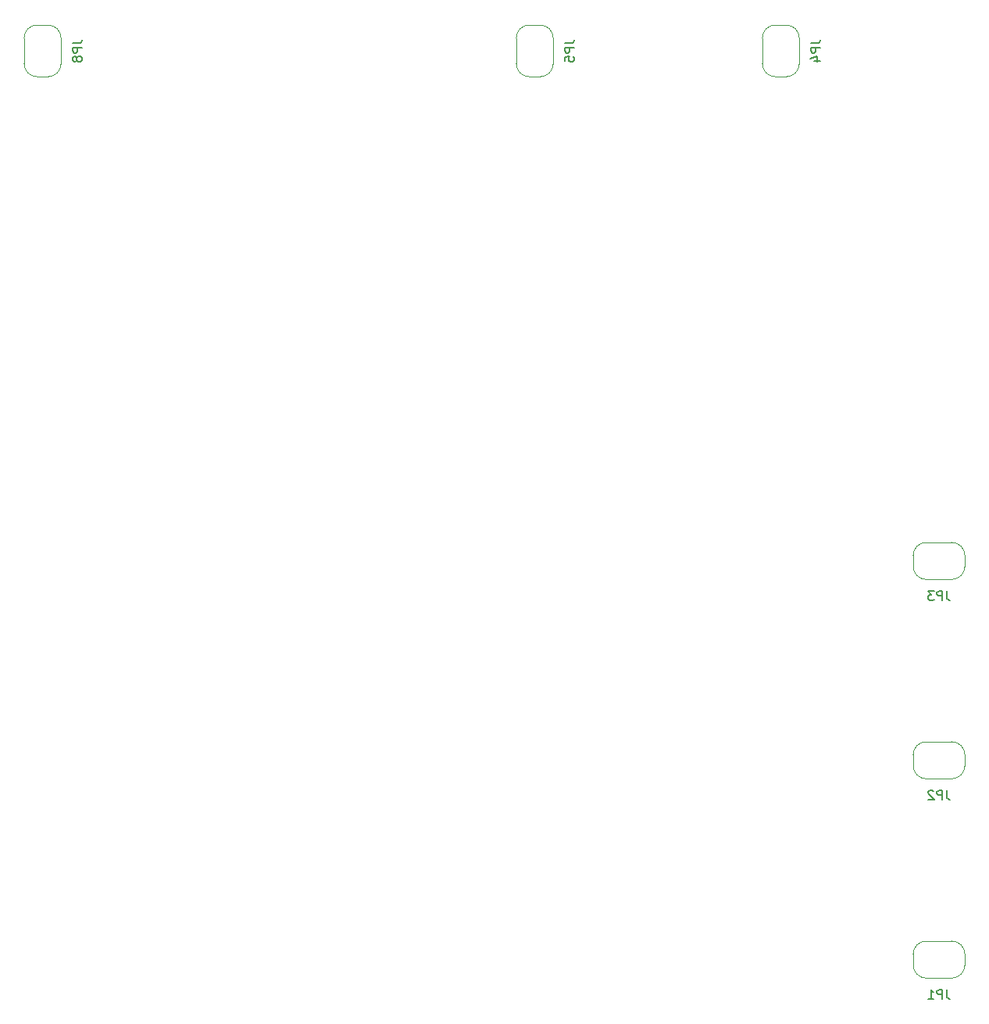
<source format=gbr>
%TF.GenerationSoftware,KiCad,Pcbnew,5.1.9-73d0e3b20d~88~ubuntu20.04.1*%
%TF.CreationDate,2021-02-20T21:13:30+01:00*%
%TF.ProjectId,NodeStandard,4e6f6465-5374-4616-9e64-6172642e6b69,V0.9*%
%TF.SameCoordinates,Original*%
%TF.FileFunction,Legend,Bot*%
%TF.FilePolarity,Positive*%
%FSLAX46Y46*%
G04 Gerber Fmt 4.6, Leading zero omitted, Abs format (unit mm)*
G04 Created by KiCad (PCBNEW 5.1.9-73d0e3b20d~88~ubuntu20.04.1) date 2021-02-20 21:13:30*
%MOMM*%
%LPD*%
G01*
G04 APERTURE LIST*
%ADD10C,0.120000*%
%ADD11C,0.150000*%
G04 APERTURE END LIST*
D10*
%TO.C,JP8*%
X52740000Y-28835000D02*
X53940000Y-28835000D01*
X51340000Y-24635000D02*
X51340000Y-27435000D01*
X53940000Y-23235000D02*
X52740000Y-23235000D01*
X55340000Y-27435000D02*
X55340000Y-24635000D01*
X55340000Y-24635000D02*
G75*
G03*
X53940000Y-23235000I-1400000J0D01*
G01*
X52740000Y-23235000D02*
G75*
G03*
X51340000Y-24635000I0J-1400000D01*
G01*
X51340000Y-27435000D02*
G75*
G03*
X52740000Y-28835000I1400000J0D01*
G01*
X53940000Y-28835000D02*
G75*
G03*
X55340000Y-27435000I0J1400000D01*
G01*
%TO.C,JP5*%
X106080000Y-28835000D02*
X107280000Y-28835000D01*
X104680000Y-24635000D02*
X104680000Y-27435000D01*
X107280000Y-23235000D02*
X106080000Y-23235000D01*
X108680000Y-27435000D02*
X108680000Y-24635000D01*
X108680000Y-24635000D02*
G75*
G03*
X107280000Y-23235000I-1400000J0D01*
G01*
X106080000Y-23235000D02*
G75*
G03*
X104680000Y-24635000I0J-1400000D01*
G01*
X104680000Y-27435000D02*
G75*
G03*
X106080000Y-28835000I1400000J0D01*
G01*
X107280000Y-28835000D02*
G75*
G03*
X108680000Y-27435000I0J1400000D01*
G01*
%TO.C,JP4*%
X132750000Y-28835000D02*
X133950000Y-28835000D01*
X131350000Y-24635000D02*
X131350000Y-27435000D01*
X133950000Y-23235000D02*
X132750000Y-23235000D01*
X135350000Y-27435000D02*
X135350000Y-24635000D01*
X135350000Y-24635000D02*
G75*
G03*
X133950000Y-23235000I-1400000J0D01*
G01*
X132750000Y-23235000D02*
G75*
G03*
X131350000Y-24635000I0J-1400000D01*
G01*
X131350000Y-27435000D02*
G75*
G03*
X132750000Y-28835000I1400000J0D01*
G01*
X133950000Y-28835000D02*
G75*
G03*
X135350000Y-27435000I0J1400000D01*
G01*
%TO.C,JP3*%
X147695000Y-80680000D02*
X147695000Y-81880000D01*
X151895000Y-79280000D02*
X149095000Y-79280000D01*
X153295000Y-81880000D02*
X153295000Y-80680000D01*
X149095000Y-83280000D02*
X151895000Y-83280000D01*
X151895000Y-83280000D02*
G75*
G03*
X153295000Y-81880000I0J1400000D01*
G01*
X153295000Y-80680000D02*
G75*
G03*
X151895000Y-79280000I-1400000J0D01*
G01*
X149095000Y-79280000D02*
G75*
G03*
X147695000Y-80680000I0J-1400000D01*
G01*
X147695000Y-81880000D02*
G75*
G03*
X149095000Y-83280000I1400000J0D01*
G01*
%TO.C,JP2*%
X147695000Y-102270000D02*
X147695000Y-103470000D01*
X151895000Y-100870000D02*
X149095000Y-100870000D01*
X153295000Y-103470000D02*
X153295000Y-102270000D01*
X149095000Y-104870000D02*
X151895000Y-104870000D01*
X151895000Y-104870000D02*
G75*
G03*
X153295000Y-103470000I0J1400000D01*
G01*
X153295000Y-102270000D02*
G75*
G03*
X151895000Y-100870000I-1400000J0D01*
G01*
X149095000Y-100870000D02*
G75*
G03*
X147695000Y-102270000I0J-1400000D01*
G01*
X147695000Y-103470000D02*
G75*
G03*
X149095000Y-104870000I1400000J0D01*
G01*
%TO.C,JP1*%
X149095000Y-126460000D02*
X151895000Y-126460000D01*
X153295000Y-125060000D02*
X153295000Y-123860000D01*
X151895000Y-122460000D02*
X149095000Y-122460000D01*
X147695000Y-123860000D02*
X147695000Y-125060000D01*
X151895000Y-126460000D02*
G75*
G03*
X153295000Y-125060000I0J1400000D01*
G01*
X153295000Y-123860000D02*
G75*
G03*
X151895000Y-122460000I-1400000J0D01*
G01*
X149095000Y-122460000D02*
G75*
G03*
X147695000Y-123860000I0J-1400000D01*
G01*
X147695000Y-125060000D02*
G75*
G03*
X149095000Y-126460000I1400000J0D01*
G01*
%TO.C,JP8*%
D11*
X56602380Y-25201666D02*
X57316666Y-25201666D01*
X57459523Y-25154047D01*
X57554761Y-25058809D01*
X57602380Y-24915952D01*
X57602380Y-24820714D01*
X57602380Y-25677857D02*
X56602380Y-25677857D01*
X56602380Y-26058809D01*
X56650000Y-26154047D01*
X56697619Y-26201666D01*
X56792857Y-26249285D01*
X56935714Y-26249285D01*
X57030952Y-26201666D01*
X57078571Y-26154047D01*
X57126190Y-26058809D01*
X57126190Y-25677857D01*
X57030952Y-26820714D02*
X56983333Y-26725476D01*
X56935714Y-26677857D01*
X56840476Y-26630238D01*
X56792857Y-26630238D01*
X56697619Y-26677857D01*
X56650000Y-26725476D01*
X56602380Y-26820714D01*
X56602380Y-27011190D01*
X56650000Y-27106428D01*
X56697619Y-27154047D01*
X56792857Y-27201666D01*
X56840476Y-27201666D01*
X56935714Y-27154047D01*
X56983333Y-27106428D01*
X57030952Y-27011190D01*
X57030952Y-26820714D01*
X57078571Y-26725476D01*
X57126190Y-26677857D01*
X57221428Y-26630238D01*
X57411904Y-26630238D01*
X57507142Y-26677857D01*
X57554761Y-26725476D01*
X57602380Y-26820714D01*
X57602380Y-27011190D01*
X57554761Y-27106428D01*
X57507142Y-27154047D01*
X57411904Y-27201666D01*
X57221428Y-27201666D01*
X57126190Y-27154047D01*
X57078571Y-27106428D01*
X57030952Y-27011190D01*
%TO.C,JP5*%
X109942380Y-25201666D02*
X110656666Y-25201666D01*
X110799523Y-25154047D01*
X110894761Y-25058809D01*
X110942380Y-24915952D01*
X110942380Y-24820714D01*
X110942380Y-25677857D02*
X109942380Y-25677857D01*
X109942380Y-26058809D01*
X109990000Y-26154047D01*
X110037619Y-26201666D01*
X110132857Y-26249285D01*
X110275714Y-26249285D01*
X110370952Y-26201666D01*
X110418571Y-26154047D01*
X110466190Y-26058809D01*
X110466190Y-25677857D01*
X109942380Y-27154047D02*
X109942380Y-26677857D01*
X110418571Y-26630238D01*
X110370952Y-26677857D01*
X110323333Y-26773095D01*
X110323333Y-27011190D01*
X110370952Y-27106428D01*
X110418571Y-27154047D01*
X110513809Y-27201666D01*
X110751904Y-27201666D01*
X110847142Y-27154047D01*
X110894761Y-27106428D01*
X110942380Y-27011190D01*
X110942380Y-26773095D01*
X110894761Y-26677857D01*
X110847142Y-26630238D01*
%TO.C,JP4*%
X136612380Y-25201666D02*
X137326666Y-25201666D01*
X137469523Y-25154047D01*
X137564761Y-25058809D01*
X137612380Y-24915952D01*
X137612380Y-24820714D01*
X137612380Y-25677857D02*
X136612380Y-25677857D01*
X136612380Y-26058809D01*
X136660000Y-26154047D01*
X136707619Y-26201666D01*
X136802857Y-26249285D01*
X136945714Y-26249285D01*
X137040952Y-26201666D01*
X137088571Y-26154047D01*
X137136190Y-26058809D01*
X137136190Y-25677857D01*
X136945714Y-27106428D02*
X137612380Y-27106428D01*
X136564761Y-26868333D02*
X137279047Y-26630238D01*
X137279047Y-27249285D01*
%TO.C,JP3*%
X151328333Y-84542380D02*
X151328333Y-85256666D01*
X151375952Y-85399523D01*
X151471190Y-85494761D01*
X151614047Y-85542380D01*
X151709285Y-85542380D01*
X150852142Y-85542380D02*
X150852142Y-84542380D01*
X150471190Y-84542380D01*
X150375952Y-84590000D01*
X150328333Y-84637619D01*
X150280714Y-84732857D01*
X150280714Y-84875714D01*
X150328333Y-84970952D01*
X150375952Y-85018571D01*
X150471190Y-85066190D01*
X150852142Y-85066190D01*
X149947380Y-84542380D02*
X149328333Y-84542380D01*
X149661666Y-84923333D01*
X149518809Y-84923333D01*
X149423571Y-84970952D01*
X149375952Y-85018571D01*
X149328333Y-85113809D01*
X149328333Y-85351904D01*
X149375952Y-85447142D01*
X149423571Y-85494761D01*
X149518809Y-85542380D01*
X149804523Y-85542380D01*
X149899761Y-85494761D01*
X149947380Y-85447142D01*
%TO.C,JP2*%
X151328333Y-106132380D02*
X151328333Y-106846666D01*
X151375952Y-106989523D01*
X151471190Y-107084761D01*
X151614047Y-107132380D01*
X151709285Y-107132380D01*
X150852142Y-107132380D02*
X150852142Y-106132380D01*
X150471190Y-106132380D01*
X150375952Y-106180000D01*
X150328333Y-106227619D01*
X150280714Y-106322857D01*
X150280714Y-106465714D01*
X150328333Y-106560952D01*
X150375952Y-106608571D01*
X150471190Y-106656190D01*
X150852142Y-106656190D01*
X149899761Y-106227619D02*
X149852142Y-106180000D01*
X149756904Y-106132380D01*
X149518809Y-106132380D01*
X149423571Y-106180000D01*
X149375952Y-106227619D01*
X149328333Y-106322857D01*
X149328333Y-106418095D01*
X149375952Y-106560952D01*
X149947380Y-107132380D01*
X149328333Y-107132380D01*
%TO.C,JP1*%
X151328333Y-127722380D02*
X151328333Y-128436666D01*
X151375952Y-128579523D01*
X151471190Y-128674761D01*
X151614047Y-128722380D01*
X151709285Y-128722380D01*
X150852142Y-128722380D02*
X150852142Y-127722380D01*
X150471190Y-127722380D01*
X150375952Y-127770000D01*
X150328333Y-127817619D01*
X150280714Y-127912857D01*
X150280714Y-128055714D01*
X150328333Y-128150952D01*
X150375952Y-128198571D01*
X150471190Y-128246190D01*
X150852142Y-128246190D01*
X149328333Y-128722380D02*
X149899761Y-128722380D01*
X149614047Y-128722380D02*
X149614047Y-127722380D01*
X149709285Y-127865238D01*
X149804523Y-127960476D01*
X149899761Y-128008095D01*
%TD*%
M02*

</source>
